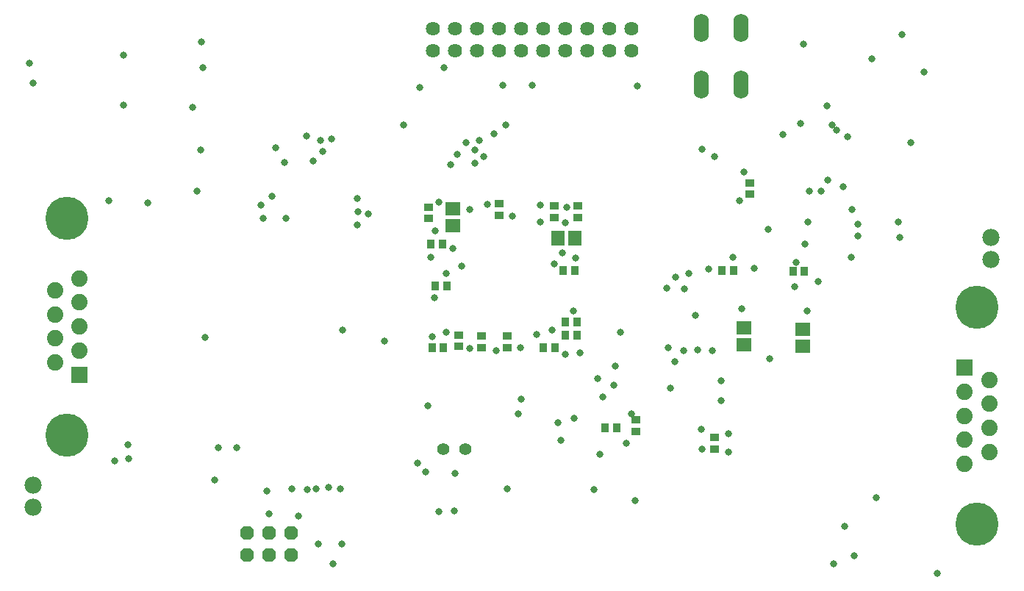
<source format=gbs>
G04*
G04 #@! TF.GenerationSoftware,Altium Limited,Altium Designer,18.0.7 (293)*
G04*
G04 Layer_Color=16711935*
%FSLAX25Y25*%
%MOIN*%
G70*
G01*
G75*
%ADD53R,0.06000X0.06800*%
%ADD54R,0.04400X0.03600*%
%ADD55R,0.03600X0.04400*%
%ADD66R,0.06800X0.06000*%
%ADD83C,0.06400*%
%ADD84P,0.06711X8X202.5*%
%ADD85O,0.06800X0.12800*%
%ADD86C,0.05600*%
%ADD87C,0.19540*%
%ADD88R,0.07453X0.07453*%
%ADD89C,0.07453*%
%ADD90C,0.07800*%
%ADD91C,0.03162*%
D53*
X256740Y162500D02*
D03*
X249200D02*
D03*
D54*
X320000Y66941D02*
D03*
Y72100D02*
D03*
X284500Y80059D02*
D03*
Y74900D02*
D03*
X336000Y182441D02*
D03*
Y187600D02*
D03*
X204000Y113441D02*
D03*
Y118600D02*
D03*
X214500Y112941D02*
D03*
Y118100D02*
D03*
X226000Y112941D02*
D03*
Y118100D02*
D03*
X222500Y178059D02*
D03*
Y172900D02*
D03*
X190500Y176559D02*
D03*
Y171400D02*
D03*
X247500Y177059D02*
D03*
Y171900D02*
D03*
X258000Y177059D02*
D03*
Y171900D02*
D03*
D55*
X355593Y147575D02*
D03*
X360752D02*
D03*
X328559Y148000D02*
D03*
X323400D02*
D03*
X275559Y76500D02*
D03*
X270400D02*
D03*
X193441Y141000D02*
D03*
X198600D02*
D03*
X191941Y113000D02*
D03*
X197100D02*
D03*
X191441Y160000D02*
D03*
X196600D02*
D03*
X247559Y113000D02*
D03*
X242400D02*
D03*
X257559Y124500D02*
D03*
X252400D02*
D03*
X257559Y118500D02*
D03*
X252400D02*
D03*
X256559Y148000D02*
D03*
X251400D02*
D03*
D66*
X360000Y121240D02*
D03*
Y113700D02*
D03*
X333500Y121740D02*
D03*
Y114200D02*
D03*
X201500Y175740D02*
D03*
Y168200D02*
D03*
D83*
X282500Y257500D02*
D03*
Y247500D02*
D03*
X272500Y257500D02*
D03*
Y247500D02*
D03*
X262500Y257500D02*
D03*
Y247500D02*
D03*
X252500Y257500D02*
D03*
Y247500D02*
D03*
X242500Y257500D02*
D03*
Y247500D02*
D03*
X232500Y257500D02*
D03*
Y247500D02*
D03*
X222500Y257500D02*
D03*
Y247500D02*
D03*
X212500Y257500D02*
D03*
Y247500D02*
D03*
X202500Y257500D02*
D03*
Y247500D02*
D03*
X192500Y257500D02*
D03*
Y247500D02*
D03*
D84*
X128000Y29000D02*
D03*
Y19000D02*
D03*
X118000Y29000D02*
D03*
Y19000D02*
D03*
X108000Y29000D02*
D03*
Y19000D02*
D03*
D85*
X331900Y257800D02*
D03*
X314100D02*
D03*
X331900Y232200D02*
D03*
X314100D02*
D03*
D86*
X197000Y67000D02*
D03*
X207000D02*
D03*
D87*
X26507Y171693D02*
D03*
Y73307D02*
D03*
X439098Y32807D02*
D03*
Y131193D02*
D03*
D88*
X32097Y100689D02*
D03*
X433508Y103811D02*
D03*
D89*
X20916Y106142D02*
D03*
X32097Y111594D02*
D03*
X20916Y117047D02*
D03*
X32097Y122500D02*
D03*
X20916Y127953D02*
D03*
X32097Y133405D02*
D03*
X20916Y138858D02*
D03*
X32097Y144311D02*
D03*
X444689Y98358D02*
D03*
X433508Y92905D02*
D03*
X444689Y87453D02*
D03*
X433508Y82000D02*
D03*
X444689Y76547D02*
D03*
X433508Y71095D02*
D03*
X444689Y65642D02*
D03*
X433508Y60189D02*
D03*
D90*
X11000Y40500D02*
D03*
Y50500D02*
D03*
X445500Y163001D02*
D03*
Y153001D02*
D03*
D91*
X298500Y140000D02*
D03*
X147000Y15000D02*
D03*
X190000Y86500D02*
D03*
X256500Y81000D02*
D03*
X314500Y203000D02*
D03*
X308500Y146500D02*
D03*
X319000Y111500D02*
D03*
X275000Y104500D02*
D03*
X363000Y184000D02*
D03*
X323000Y89000D02*
D03*
Y98000D02*
D03*
X220000Y210000D02*
D03*
X205500Y150000D02*
D03*
X306500Y139500D02*
D03*
X312500Y112000D02*
D03*
X305874Y111626D02*
D03*
X299000Y113000D02*
D03*
X311500Y127500D02*
D03*
X277500Y120000D02*
D03*
X268000Y64500D02*
D03*
X265500Y48500D02*
D03*
X189000Y56500D02*
D03*
X185306Y60694D02*
D03*
X202000Y39000D02*
D03*
X191500Y154000D02*
D03*
X201500Y158000D02*
D03*
X195000Y179000D02*
D03*
X193500Y166000D02*
D03*
X209000Y175500D02*
D03*
X228500Y172500D02*
D03*
X217000Y178000D02*
D03*
X241000Y170000D02*
D03*
X251000Y156000D02*
D03*
X252500Y169500D02*
D03*
X241000Y177500D02*
D03*
X253000Y176500D02*
D03*
X247500Y151000D02*
D03*
X257000Y153500D02*
D03*
X256000Y129500D02*
D03*
X246500Y121000D02*
D03*
X239500Y119000D02*
D03*
X259000Y110500D02*
D03*
X267000Y99000D02*
D03*
X252500Y110000D02*
D03*
X232000Y113000D02*
D03*
X221000Y111500D02*
D03*
X209000Y112500D02*
D03*
X198500Y120000D02*
D03*
X192000Y118000D02*
D03*
X198500Y146500D02*
D03*
X193000Y135500D02*
D03*
X202500Y56000D02*
D03*
X226000Y49000D02*
D03*
X250500Y71000D02*
D03*
X284000Y43500D02*
D03*
X282500Y83000D02*
D03*
X280000Y69500D02*
D03*
X314000Y76000D02*
D03*
X314500Y67000D02*
D03*
X326500Y74000D02*
D03*
Y65500D02*
D03*
X345000Y108000D02*
D03*
X379000Y32000D02*
D03*
X374000Y15000D02*
D03*
X404000Y163000D02*
D03*
X385000Y163500D02*
D03*
X380500Y208500D02*
D03*
X373273Y213727D02*
D03*
X375500Y211500D02*
D03*
X378500Y186000D02*
D03*
X403500Y170000D02*
D03*
X385000Y169000D02*
D03*
X362500Y170000D02*
D03*
X361000Y160000D02*
D03*
X382500Y175500D02*
D03*
X382000Y154000D02*
D03*
X367000Y143000D02*
D03*
X357000Y151500D02*
D03*
X328500Y154000D02*
D03*
X362000Y129500D02*
D03*
X338000Y149000D02*
D03*
X332441Y130559D02*
D03*
X356500Y140500D02*
D03*
X393500Y45000D02*
D03*
X383500Y18500D02*
D03*
X421000Y10500D02*
D03*
X331500Y179500D02*
D03*
X333500Y192500D02*
D03*
X344500Y166500D02*
D03*
X360500Y250500D02*
D03*
X391500Y244000D02*
D03*
X405000Y255000D02*
D03*
X371000Y222500D02*
D03*
X359000Y214500D02*
D03*
X285000Y231500D02*
D03*
X237500Y232000D02*
D03*
X224000D02*
D03*
X54000Y69000D02*
D03*
X93500Y53000D02*
D03*
X89000Y117500D02*
D03*
X85500Y184000D02*
D03*
X63000Y178500D02*
D03*
X45260Y179500D02*
D03*
X87000Y202500D02*
D03*
X83500Y222000D02*
D03*
X88000Y240000D02*
D03*
X87500Y251500D02*
D03*
X52000Y223000D02*
D03*
Y245500D02*
D03*
X11000Y233000D02*
D03*
X9523Y241976D02*
D03*
X170500Y116000D02*
D03*
X151500Y121000D02*
D03*
X125575Y171575D02*
D03*
X115500Y171500D02*
D03*
X163000Y173500D02*
D03*
X131500Y36500D02*
D03*
X195000Y38500D02*
D03*
X121000Y203500D02*
D03*
X125000Y197000D02*
D03*
X200500Y196000D02*
D03*
X203500Y200500D02*
D03*
X146500Y207500D02*
D03*
X207500Y206000D02*
D03*
X141500Y207000D02*
D03*
X142500Y202000D02*
D03*
X211500Y196500D02*
D03*
X213500Y207000D02*
D03*
X215500Y199500D02*
D03*
X158000Y168500D02*
D03*
X114500Y177500D02*
D03*
X158500Y174500D02*
D03*
X119500Y181500D02*
D03*
X158000Y180500D02*
D03*
X140500Y24000D02*
D03*
X128500Y49000D02*
D03*
X138000Y197500D02*
D03*
X211500Y202500D02*
D03*
X135500Y48500D02*
D03*
X135000Y209000D02*
D03*
X151000Y24000D02*
D03*
X150500Y49000D02*
D03*
X145000Y49500D02*
D03*
X139500Y49000D02*
D03*
X225500Y214000D02*
D03*
X179000D02*
D03*
X371500Y189000D02*
D03*
X368500Y184000D02*
D03*
X409000Y206000D02*
D03*
X351000Y209500D02*
D03*
X117000Y48000D02*
D03*
X118000Y37500D02*
D03*
X232500Y89500D02*
D03*
X249000Y79000D02*
D03*
X231000Y83000D02*
D03*
X274500Y96000D02*
D03*
X300000Y94500D02*
D03*
X269500Y90500D02*
D03*
X302500Y145000D02*
D03*
X301937Y106500D02*
D03*
X320000Y199500D02*
D03*
X317500Y148500D02*
D03*
X48000Y61500D02*
D03*
X54500Y62500D02*
D03*
X415000Y238000D02*
D03*
X95000Y67500D02*
D03*
X103500D02*
D03*
X186500Y231000D02*
D03*
X197500Y240000D02*
D03*
M02*

</source>
